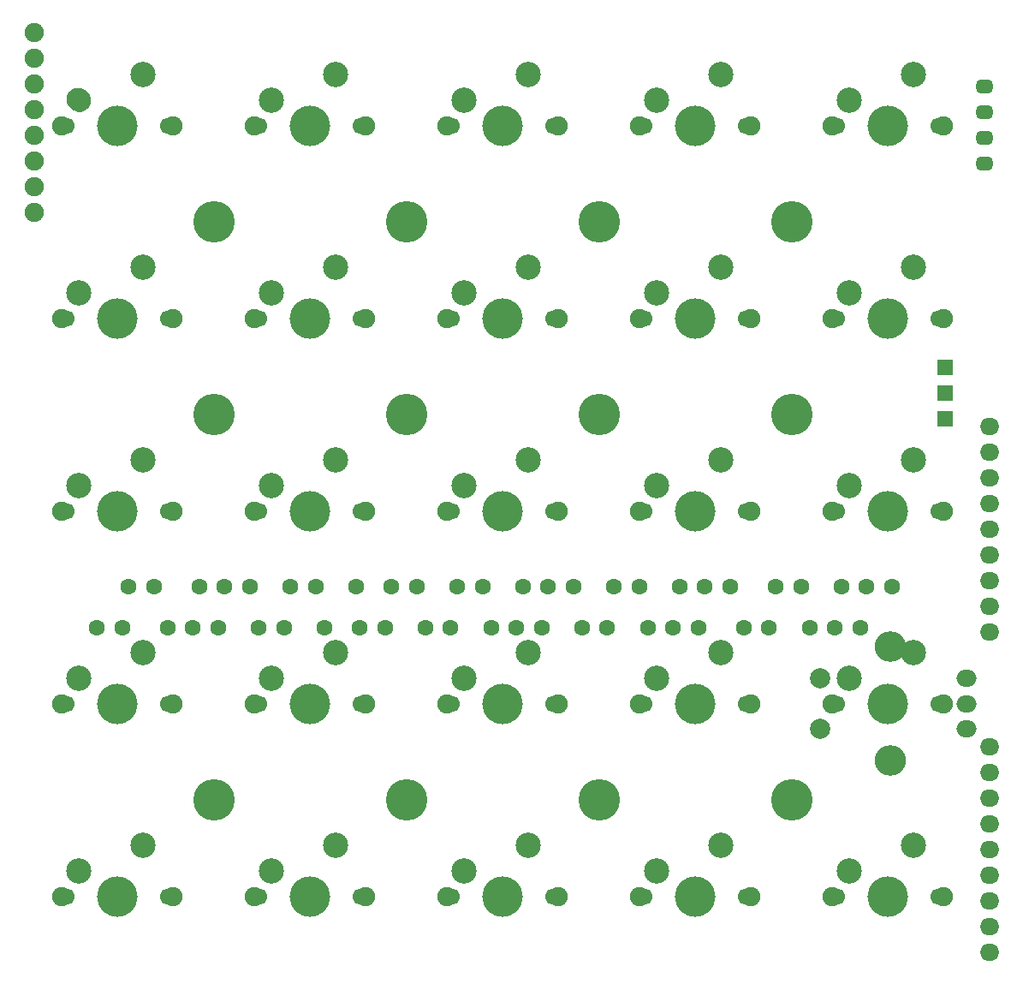
<source format=gbs>
G04 #@! TF.GenerationSoftware,KiCad,Pcbnew,(5.1.9)-1*
G04 #@! TF.CreationDate,2021-04-17T21:53:40+09:00*
G04 #@! TF.ProjectId,____________,adfcb9a4-c3c1-428e-91a4-f3fa7f2e6b69,rev?*
G04 #@! TF.SameCoordinates,Original*
G04 #@! TF.FileFunction,Soldermask,Bot*
G04 #@! TF.FilePolarity,Negative*
%FSLAX46Y46*%
G04 Gerber Fmt 4.6, Leading zero omitted, Abs format (unit mm)*
G04 Created by KiCad (PCBNEW (5.1.9)-1) date 2021-04-17 21:53:40*
%MOMM*%
%LPD*%
G01*
G04 APERTURE LIST*
%ADD10C,4.000000*%
%ADD11C,1.900000*%
%ADD12C,2.500000*%
%ADD13C,1.700000*%
%ADD14O,2.000000X1.675000*%
%ADD15O,3.100000X3.000000*%
%ADD16C,2.000000*%
%ADD17C,4.100000*%
%ADD18R,1.600000X1.600000*%
%ADD19O,1.800000X1.439000*%
%ADD20O,1.900000X1.700000*%
%ADD21C,1.600000*%
G04 APERTURE END LIST*
D10*
X85700000Y7500000D03*
D11*
X80200000Y7500000D03*
X91200000Y7500000D03*
D12*
X88240000Y12580000D03*
X81890000Y10040000D03*
D13*
X90780000Y7500000D03*
X80620000Y7500000D03*
X80620000Y83700000D03*
X90780000Y83700000D03*
D12*
X81890000Y86240000D03*
X88240000Y88780000D03*
D11*
X91200000Y83700000D03*
X80200000Y83700000D03*
D10*
X85700000Y83700000D03*
D13*
X4420000Y83700000D03*
X14580000Y83700000D03*
G36*
G01*
X4666060Y86956971D02*
X4666060Y86956971D01*
G75*
G02*
X6267698Y87239383I942025J-659613D01*
G01*
X6431528Y87124667D01*
G75*
G02*
X6713940Y85523029I-659613J-942025D01*
G01*
X6713940Y85523029D01*
G75*
G02*
X5112302Y85240617I-942025J659613D01*
G01*
X4948472Y85355333D01*
G75*
G02*
X4666060Y86956971I659613J942025D01*
G01*
G37*
D12*
X12040000Y88780000D03*
D11*
X15000000Y83700000D03*
X4000000Y83700000D03*
D10*
X9500000Y83700000D03*
D13*
X80620000Y26550000D03*
X90780000Y26550000D03*
D12*
X81890000Y29090000D03*
X88240000Y31630000D03*
D11*
X91200000Y26550000D03*
X80200000Y26550000D03*
D10*
X85700000Y26550000D03*
D14*
X93500000Y24050000D03*
X93500000Y26550000D03*
X93500000Y29050000D03*
D15*
X86000000Y20950000D03*
X86000000Y32150000D03*
D16*
X79000000Y24050000D03*
X79000000Y29050000D03*
D13*
X80620000Y64650000D03*
X90780000Y64650000D03*
D12*
X81890000Y67190000D03*
X88240000Y69730000D03*
D11*
X91200000Y64650000D03*
X80200000Y64650000D03*
D10*
X85700000Y64650000D03*
D17*
X76200000Y74200000D03*
X57150000Y74200000D03*
X38100000Y74200000D03*
X19050000Y74200000D03*
X76200000Y55150000D03*
X57150000Y55150000D03*
X38100000Y55150000D03*
X19050000Y55150000D03*
X76200000Y17050000D03*
X57150000Y17050000D03*
X38100000Y17050000D03*
X19050000Y17050000D03*
D18*
X91400000Y59830000D03*
X91400000Y54750000D03*
X91400000Y57290000D03*
D10*
X9500000Y64650000D03*
D11*
X4000000Y64650000D03*
X15000000Y64650000D03*
D12*
X12040000Y69730000D03*
X5690000Y67190000D03*
D13*
X14580000Y64650000D03*
X4420000Y64650000D03*
X4420000Y45600000D03*
X14580000Y45600000D03*
D12*
X5690000Y48140000D03*
X12040000Y50680000D03*
D11*
X15000000Y45600000D03*
X4000000Y45600000D03*
D10*
X9500000Y45600000D03*
X9500000Y26550000D03*
D11*
X4000000Y26550000D03*
X15000000Y26550000D03*
D12*
X12040000Y31630000D03*
X5690000Y29090000D03*
D13*
X14580000Y26550000D03*
X4420000Y26550000D03*
X23470000Y83700000D03*
X33630000Y83700000D03*
D12*
X24740000Y86240000D03*
X31090000Y88780000D03*
D11*
X34050000Y83700000D03*
X23050000Y83700000D03*
D10*
X28550000Y83700000D03*
X28550000Y64650000D03*
D11*
X23050000Y64650000D03*
X34050000Y64650000D03*
D12*
X31090000Y69730000D03*
X24740000Y67190000D03*
D13*
X33630000Y64650000D03*
X23470000Y64650000D03*
X23470000Y45600000D03*
X33630000Y45600000D03*
D12*
X24740000Y48140000D03*
X31090000Y50680000D03*
D11*
X34050000Y45600000D03*
X23050000Y45600000D03*
D10*
X28550000Y45600000D03*
X28550000Y26550000D03*
D11*
X23050000Y26550000D03*
X34050000Y26550000D03*
D12*
X31090000Y31630000D03*
X24740000Y29090000D03*
D13*
X33630000Y26550000D03*
X23470000Y26550000D03*
D10*
X47600000Y83700000D03*
D11*
X42100000Y83700000D03*
X53100000Y83700000D03*
D12*
X50140000Y88780000D03*
X43790000Y86240000D03*
D13*
X52680000Y83700000D03*
X42520000Y83700000D03*
D10*
X47600000Y64650000D03*
D11*
X42100000Y64650000D03*
X53100000Y64650000D03*
D12*
X50140000Y69730000D03*
X43790000Y67190000D03*
D13*
X52680000Y64650000D03*
X42520000Y64650000D03*
X42520000Y45600000D03*
X52680000Y45600000D03*
D12*
X43790000Y48140000D03*
X50140000Y50680000D03*
D11*
X53100000Y45600000D03*
X42100000Y45600000D03*
D10*
X47600000Y45600000D03*
X47600000Y26550000D03*
D11*
X42100000Y26550000D03*
X53100000Y26550000D03*
D12*
X50140000Y31630000D03*
X43790000Y29090000D03*
D13*
X52680000Y26550000D03*
X42520000Y26550000D03*
X42520000Y7500000D03*
X52680000Y7500000D03*
D12*
X43790000Y10040000D03*
X50140000Y12580000D03*
D11*
X53100000Y7500000D03*
X42100000Y7500000D03*
D10*
X47600000Y7500000D03*
X66650000Y83700000D03*
D11*
X61150000Y83700000D03*
X72150000Y83700000D03*
D12*
X69190000Y88780000D03*
X62840000Y86240000D03*
D13*
X71730000Y83700000D03*
X61570000Y83700000D03*
D10*
X66650000Y64650000D03*
D11*
X61150000Y64650000D03*
X72150000Y64650000D03*
D12*
X69190000Y69730000D03*
X62840000Y67190000D03*
D13*
X71730000Y64650000D03*
X61570000Y64650000D03*
X61570000Y45600000D03*
X71730000Y45600000D03*
D12*
X62840000Y48140000D03*
X69190000Y50680000D03*
D11*
X72150000Y45600000D03*
X61150000Y45600000D03*
D10*
X66650000Y45600000D03*
D13*
X61570000Y26550000D03*
X71730000Y26550000D03*
D12*
X62840000Y29090000D03*
X69190000Y31630000D03*
D11*
X72150000Y26550000D03*
X61150000Y26550000D03*
D10*
X66650000Y26550000D03*
X66650000Y7500000D03*
D11*
X61150000Y7500000D03*
X72150000Y7500000D03*
D12*
X69190000Y12580000D03*
X62840000Y10040000D03*
D13*
X71730000Y7500000D03*
X61570000Y7500000D03*
D10*
X85700000Y45600000D03*
D11*
X80200000Y45600000D03*
X91200000Y45600000D03*
D12*
X88240000Y50680000D03*
X81890000Y48140000D03*
D13*
X90780000Y45600000D03*
X80620000Y45600000D03*
D19*
X95250000Y79915000D03*
X95250000Y82455000D03*
X95250000Y84995000D03*
X95250000Y87535000D03*
D10*
X9500000Y7500000D03*
D11*
X4000000Y7500000D03*
X15000000Y7500000D03*
D12*
X12040000Y12580000D03*
X5690000Y10040000D03*
D13*
X14580000Y7500000D03*
X4420000Y7500000D03*
X23470000Y7500000D03*
X33630000Y7500000D03*
D12*
X24740000Y10040000D03*
X31090000Y12580000D03*
D11*
X34050000Y7500000D03*
X23050000Y7500000D03*
D10*
X28550000Y7500000D03*
D11*
X1270000Y75120000D03*
X1270000Y77660000D03*
X1270000Y80200000D03*
X1270000Y82740000D03*
X1270000Y85280000D03*
X1270000Y87820000D03*
X1270000Y90360000D03*
X1270000Y92900000D03*
D20*
X95760000Y33600000D03*
X95760000Y36140000D03*
X95760000Y38680000D03*
X95760000Y41220000D03*
X95760000Y43760000D03*
X95760000Y46300000D03*
X95760000Y48840000D03*
X95760000Y51380000D03*
X95760000Y53920000D03*
X95760000Y22320000D03*
X95760000Y19780000D03*
X95760000Y17240000D03*
X95760000Y14700000D03*
X95760000Y12160000D03*
X95760000Y9620000D03*
X95760000Y7080000D03*
X95760000Y4540000D03*
X95760000Y2000000D03*
D21*
X19480063Y34090573D03*
X22619937Y38109427D03*
X20119937Y38109427D03*
X16980063Y34090573D03*
X14480063Y34090573D03*
X17619937Y38109427D03*
X13119937Y38109427D03*
X9980063Y34090573D03*
X7480063Y34090573D03*
X10619937Y38109427D03*
X39119937Y38109427D03*
X35980063Y34090573D03*
X36619937Y38109427D03*
X33480063Y34090573D03*
X29980063Y34090573D03*
X33119937Y38109427D03*
X29119937Y38109427D03*
X25980063Y34090573D03*
X26619937Y38109427D03*
X23480063Y34090573D03*
X51480063Y34090573D03*
X54619937Y38109427D03*
X48980063Y34090573D03*
X52119937Y38109427D03*
X49619937Y38109427D03*
X46480063Y34090573D03*
X42480063Y34090573D03*
X45619937Y38109427D03*
X43119937Y38109427D03*
X39980063Y34090573D03*
X70119937Y38109427D03*
X66980063Y34090573D03*
X67619937Y38109427D03*
X64480063Y34090573D03*
X61980063Y34090573D03*
X65119937Y38109427D03*
X57980063Y34090573D03*
X61119937Y38109427D03*
X58619937Y38109427D03*
X55480063Y34090573D03*
X86119937Y38109427D03*
X82980063Y34090573D03*
X83619937Y38109427D03*
X80480063Y34090573D03*
X77980063Y34090573D03*
X81119937Y38109427D03*
X73980063Y34090573D03*
X77119937Y38109427D03*
X71480063Y34090573D03*
X74619937Y38109427D03*
M02*

</source>
